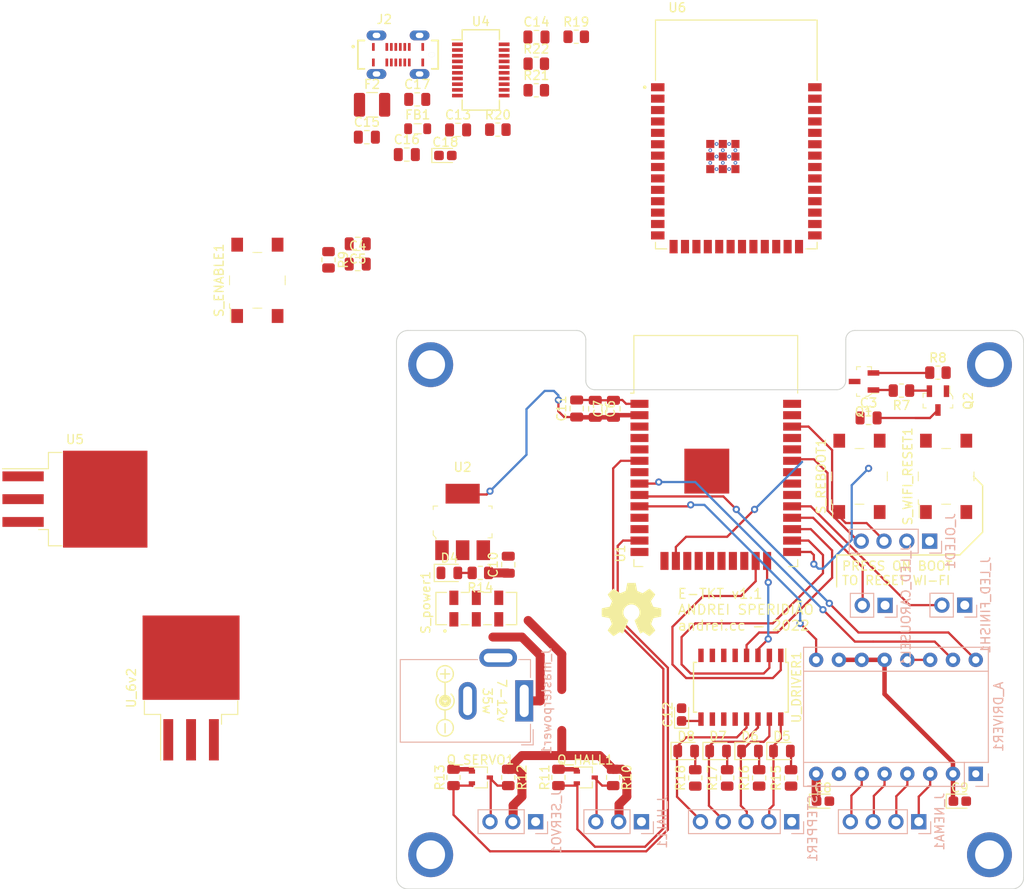
<source format=kicad_pcb>
(kicad_pcb (version 20211014) (generator pcbnew)
  (layers (0 "F.Cu" signal) (31 "B.Cu" signal) (34 "B.Paste" user) (35 "F.Paste" user) (36 "B.SilkS" user "B.Silkscreen") (37 "F.SilkS" user "F.Silkscreen") (38 "B.Mask" user) (39 "F.Mask" user) (44 "Edge.Cuts" user))
  (net 0 "")
  (net 1 "Net-(D4-Pad2)")
  (net 2 "Net-(D8-Pad2)")
  (net 3 "+12V")
  (net 4 "GNDREF")
  (net 5 "+3.3V")
  (net 15 "/DTR")
  (net 16 "+6V")
  (net 17 "EN")
  (net 18 "IO0")
  (net 19 "IO34")
  (net 20 "HALL")
  (net 21 "IO14")
  (net 22 "SERVO")
  (net 23 "IO35")
  (net 24 "IO32")
  (net 25 "IO33")
  (net 26 "IO25")
  (net 27 "IO26")
  (net 28 "IO27")
  (net 29 "IO12")
  (net 30 "IO13")
  (net 31 "IO15")
  (net 32 "IO2")
  (net 33 "IO4")
  (net 34 "IO16")
  (net 35 "IO17")
  (net 36 "IO5")
  (net 37 "IO18")
  (net 38 "IO19")
  (net 39 "IO21")
  (net 40 "IO3")
  (net 41 "IO1")
  (net 42 "IO22")
  (net 43 "IO23")
  (net 44 "/RTS")
  (net 45 "Net-(Q1-Pad1)")
  (net 46 "Net-(Q2-Pad1)")
  (net 47 "Net-(D8-Pad1)")
  (net 48 "Net-(J_masterpower1-Pad1)")
  (net 49 "Net-(A_DRIVER1-Pad3)")
  (net 50 "Net-(A_DRIVER1-Pad4)")
  (net 51 "Net-(A_DRIVER1-Pad5)")
  (net 52 "Net-(A_DRIVER1-Pad6)")
  (net 53 "Net-(A_DRIVER1-Pad13)")
  (net 60 "Net-(D5-Pad1)")
  (net 61 "Net-(D5-Pad2)")
  (net 62 "Net-(D6-Pad1)")
  (net 63 "Net-(D6-Pad2)")
  (net 64 "Net-(D7-Pad1)")
  (net 65 "Net-(D7-Pad2)")
  (net 66 "Net-(C13-Pad2)")
  (net 67 "Net-(C14-Pad2)")
  (net 68 "Net-(C15-Pad2)")
  (net 69 "Net-(C16-Pad2)")
  (net 70 "Net-(C17-Pad2)")
  (net 71 "Net-(R19-Pad2)")
  (net 72 "Net-(R20-Pad1)")
  (net 81 "Net-(F2-Pad1)")
  (net 82 "Net-(J2-PadA5)")
  (net 85 "Net-(J2-PadB5)")
  (net 86 "+5V")
  (net 89 "Net-(J_masterpower1-Pad3)")
  (net 91 "Net-(U6-Pad1)")
  (footprint "Capacitor_Tantalum_SMD:CP_EIA-1608-10_AVX-L" (layer "F.Cu") (at 160.528 -184.779 90)
    (fp_text reference "C12")
    (fp_text value "10uF")
  )
  (footprint "Capacitor_SMD:C_0805_2012Metric" (layer "F.Cu") (at 148.844 -218.887 90)
    (fp_text reference "C11")
    (fp_text value "22uF/10V(20%)")
  )
  (footprint "Capacitor_SMD:C_0805_2012Metric" (layer "F.Cu") (at 124.46 -234.983)
    (fp_text reference "C4")
    (fp_text value "0.1uF/50v(10%)")
  )
  (footprint "Capacitor_SMD:C_0805_2012Metric" (layer "F.Cu") (at 135.636 -249.936)
    (fp_text reference "C13")
    (fp_text value "10nF")
  )
  (footprint "Resistor_SMD:R_0805_2012Metric" (layer "F.Cu") (at 172.72 -177.7225 90)
    (fp_text reference "R15")
    (fp_text value "470")
  )
  (footprint "Inductor_SMD:L_0805_2012Metric" (layer "F.Cu") (at 131.136 -250.066)
    (fp_text reference "FB1")
    (fp_text value "FerriteBead")
  )
  (footprint "Capacitor_SMD:C_0805_2012Metric" (layer "F.Cu") (at 152.944 -218.857 90)
    (fp_text reference "C7")
    (fp_text value "0.1uF/50v(10%)")
  )
  (footprint "Resistor_SMD:R_0805_2012Metric" (layer "F.Cu") (at 148.796 -260.316)
    (fp_text reference "R19")
    (fp_text value "27R")
  )
  (footprint "digikey-footprints:SOT-23-3" (layer "F.Cu") (at 180.848 -221.901 180)
    (fp_text reference "Q1")
    (fp_text value "SS8050-G")
  )
  (footprint "Symbol:Symbol_Barrel_Polarity" (layer "F.Cu") (at 134.112 -186.309 90)
    (fp_text reference "REF**" hide)
    (fp_text value "Symbol_Barrel_Polarity")
  )
  (footprint "digikey-footprints:Switch_Tactile_SMD_6x6mm_PTS645" (layer "F.Cu") (at 180.34 -211.328 90)
    (fp_text reference "S_REBOOT1")
    (fp_text value "PTS645SM43SMTR92_LFS")
  )
  (footprint "digikey-footprints:SOT-23-3" (layer "F.Cu") (at 189.0795 -219.771 -90)
    (fp_text reference "Q2")
    (fp_text value "SS8050-G")
  )
  (footprint "Capacitor_Tantalum_SMD:CP_EIA-1608-10_AVX-L" (layer "F.Cu") (at 191.516 -175.133)
    (fp_text reference "C9")
    (fp_text value "10uF")
  )
  (footprint "MountingHole:MountingHole_3.2mm_M3" (layer "F.Cu") (at 132.588 -169.164)
    (fp_text reference "REF**" hide)
    (fp_text value "MountingHole_3.2mm_M3" hide)
  )
  (footprint "Capacitor_SMD:C_0805_2012Metric" (layer "F.Cu") (at 124.46 -237.236 180)
    (fp_text reference "C5")
    (fp_text value "0.1uF/50v(10%)")
  )
  (footprint "Capacitor_SMD:C_0805_2012Metric" (layer "F.Cu") (at 144.366 -260.286)
    (fp_text reference "C14")
    (fp_text value "47pF")
  )
  (footprint "LED_SMD:LED_0805_2012Metric" (layer "F.Cu") (at 168.148 -180.721)
    (fp_text reference "D6")
    (fp_text value "LED")
  )
  (footprint "Resistor_SMD:R_0805_2012Metric" (layer "F.Cu") (at 169.164 -177.7225 90)
    (fp_text reference "R16")
    (fp_text value "470")
  )
  (footprint "Package_TO_SOT_SMD:TO-263-3_TabPin2" (layer "F.Cu") (at 92.964 -208.788)
    (fp_text reference "U5")
    (fp_text value "L7805ABD2T-TR")
  )
  (footprint "Capacitor_SMD:C_0805_2012Metric" (layer "F.Cu") (at 181.356 -217.837)
    (fp_text reference "C3")
    (fp_text value "0.1uF/50v(10%)")
  )
  (footprint "LED_SMD:LED_0805_2012Metric" (layer "F.Cu") (at 171.704 -180.721)
    (fp_text reference "D5")
    (fp_text value "LED")
  )
  (footprint "Capacitor_SMD:C_0805_2012Metric" (layer "F.Cu") (at 131.086 -253.336)
    (fp_text reference "C17")
    (fp_text value "100nF")
  )
  (footprint "Capacitor_Tantalum_SMD:CP_EIA-1608-10_AVX-L" (layer "F.Cu") (at 134.221 -247.086)
    (fp_text reference "C18")
    (fp_text value "4.7uF")
  )
  (footprint "Resistor_SMD:R_0805_2012Metric" (layer "F.Cu") (at 162.052 -177.7225 90)
    (fp_text reference "R18")
    (fp_text value "470")
  )
  (footprint "LED_SMD:LED_0805_2012Metric" (layer "F.Cu") (at 161.036 -180.721)
    (fp_text reference "D8")
    (fp_text value "LED")
  )
  (footprint "Capacitor_SMD:C_0805_2012Metric" (layer "F.Cu") (at 125.476 -249.126)
    (fp_text reference "C15")
    (fp_text value "47pF")
  )
  (footprint "Capacitor_SMD:C_0805_2012Metric" (layer "F.Cu") (at 129.926 -247.186)
    (fp_text reference "C16")
    (fp_text value "100nF")
  )
  (footprint "Resistor_SMD:R_0805_2012Metric" (layer "F.Cu") (at 144.346 -257.306)
    (fp_text reference "R22")
    (fp_text value "5.1K(10%)")
  )
  (footprint "Resistor_SMD:R_0805_2012Metric" (layer "F.Cu") (at 146.812 -177.7765 90)
    (fp_text reference "R11")
    (fp_text value "10K")
  )
  (footprint "SnapEDA Library:GCT_USB4120-03-C_REVA" (layer "F.Cu") (at 128.951 -258.316)
    (fp_text reference "J2")
    (fp_text value "USB4120-03-C_REVA")
    (fp_line (start 3.65 -0.26) (end 3.85 -0.26) (layer "Edge.Cuts") (width 0.01))
    (fp_line (start 3.85 0.26) (end 3.65 0.26) (layer "Edge.Cuts") (width 0.01))
    (fp_arc (start 3.85 -0.26) (mid 4.033848 -0.183848) (end 4.11 0) (layer "Edge.Cuts") (width 0.01))
    (fp_arc (start 4.11 0) (mid 4.033848 0.183848) (end 3.85 0.26) (layer "Edge.Cuts") (width 0.01))
    (fp_arc (start 3.65 0.26) (mid 3.466152 0.183848) (end 3.39 0) (layer "Edge.Cuts") (width 0.01))
    (fp_arc (start 3.39 0) (mid 3.466152 -0.183848) (end 3.65 -0.26) (layer "Edge.Cuts") (width 0.01))
  )
  (footprint "RF_Module:ESP32-WROOM-32" (layer "F.Cu") (at 164.338 -211.158)
    (fp_text reference "U1")
    (fp_text value "ESP32-WROOM-32D")
  )
  (footprint "SnapEDA Library:SW_JS202011JCQN" (layer "F.Cu") (at 137.668 -196.596 90)
    (fp_text reference "S_power1")
    (fp_text value "JS202011JCQN")
  )
  (footprint "digikey-footprints:Switch_Tactile_SMD_6x6mm_PTS645" (layer "F.Cu") (at 189.992 -211.328 90)
    (fp_text reference "S_WIFI_RESET1")
    (fp_text value "PTS645SM43SMTR92_LFS")
  )
  (footprint "Resistor_SMD:R_0805_2012Metric" (layer "F.Cu") (at 140.066 -249.966)
    (fp_text reference "R20")
    (fp_text value "27R")
  )
  (footprint "LED_SMD:LED_0805_2012Metric" (layer "F.Cu") (at 134.66775 -200.569)
    (fp_text reference "D4")
    (fp_text value "LED")
  )
  (footprint "Package_SO:SOIC-16W_5.3x10.2mm_P1.27mm" (layer "F.Cu") (at 167.132 -187.827 -90)
    (fp_text reference "U_DRIVER1")
    (fp_text value "ULN2003")
  )
  (footprint "Resistor_SMD:R_0805_2012Metric" (layer "F.Cu") (at 189.0795 -222.885)
    (fp_text reference "R8")
    (fp_text value "10K(5%)")
  )
  (footprint "Package_TO_SOT_SMD:SOT-323_SC-70" (layer "F.Cu") (at 138.176 -177.7765)
    (fp_text reference "Q_SERVO1")
    (fp_text value "BSS138")
  )
  (footprint "Resistor_SMD:R_0805_2012Metric" (layer "F.Cu") (at 121.205 -235.459 -90)
    (fp_text reference "R9")
    (fp_text value "10K(5%)")
  )
  (footprint "Resistor_SMD:R_0805_2012Metric" (layer "F.Cu") (at 185.0155 -220.885 180)
    (fp_text reference "R7")
    (fp_text value "10K(5%)")
  )
  (footprint "Resistor_SMD:R_0805_2012Metric" (layer "F.Cu") (at 141.224 -177.7765 90)
    (fp_text reference "R12")
    (fp_text value "10K")
  )
  (footprint "MountingHole:MountingHole_3.2mm_M3" (layer "F.Cu") (at 194.818 -169.164)
    (fp_text reference "REF**" hide)
    (fp_text value "MountingHole_3.2mm_M3" hide)
  )
  (footprint "Resistor_SMD:R_0805_2012Metric" (layer "F.Cu") (at 152.908 -177.7765 90)
    (fp_text reference "R10")
    (fp_text value "10K")
  )
  (footprint "Capacitor_Tantalum_SMD:CP_EIA-1608-10_AVX-L" (layer "F.Cu") (at 176.276 -175.133)
    (fp_text reference "C8")
    (fp_text value "10uF")
  )
  (footprint "Resistor_SMD:R_0805_2012Metric" (layer "F.Cu") (at 138.12025 -200.569 180)
    (fp_text reference "R14")
    (fp_text value "2K(5%)")
  )
  (footprint "MountingHole:MountingHole_3.2mm_M3" (layer "F.Cu") (at 132.588 -223.774)
    (fp_text reference "REF**" hide)
    (fp_text value "MountingHole_3.2mm_M3" hide)
  )
  (footprint "digikey-footprints:Switch_Tactile_SMD_6x6mm_PTS645" (layer "F.Cu") (at 113.284 -233.172 90)
    (fp_text reference "S_ENABLE1")
    (fp_text value "PTS645SM43SMTR92_LFS")
  )
  (footprint "MountingHole:MountingHole_3.2mm_M3" (layer "F.Cu") (at 194.818 -223.774)
    (fp_text reference "REF**" hide)
    (fp_text value "MountingHole_3.2mm_M3" hide)
  )
  (footprint "Package_TO_SOT_SMD:SOT-323_SC-70" (layer "F.Cu") (at 149.86 -177.7765)
    (fp_text reference "Q_HALL1")
    (fp_text value "BSS138")
  )
  (footprint "Package_TO_SOT_SMD:TO-263-3_TabPin2" (layer "F.Cu") (at 105.899 -187.748 90)
    (fp_text reference "U_6v2")
    (fp_text value "L7806")
  )
  (footprint "Capacitor_SMD:C_0805_2012Metric" (layer "F.Cu") (at 150.912 -218.857 -90)
    (fp_text reference "C6")
    (fp_text value "22uF/10V(20%)")
  )
  (footprint "Symbol:OSHW-Symbol_6.7x6mm_SilkScreen" (layer "F.Cu") (at 154.94 -196.469)
    (fp_text reference "REF**" hide)
    (fp_text value "OSHW-Symbol_6.7x6mm_SilkScreen" hide)
  )
  (footprint "Resistor_SMD:R_0805_2012Metric" (layer "F.Cu") (at 144.346 -254.356)
    (fp_text reference "R21")
    (fp_text value "5.1K(10%)")
  )
  (footprint "Package_SO:SSOP-20_3.9x8.7mm_P0.635mm" (layer "F.Cu") (at 138.166 -256.616)
    (fp_text reference "U4")
    (fp_text value "FT231XS")
  )
  (footprint "Fuse:Fuse_1210_3225Metric" (layer "F.Cu") (at 126.056 -252.736)
    (fp_text reference "F2")
    (fp_text value "500mA")
  )
  (footprint "Resistor_SMD:R_0805_2012Metric" (layer "F.Cu") (at 135.128 -177.7765 90)
    (fp_text reference "R13")
    (fp_text value "10K")
  )
  (footprint "SnapEDA Library:XCVR_ESP32-S3-WROOM-1-N16R2" (layer "F.Cu") (at 166.624 -249.428)
    (fp_text reference "U6")
    (fp_text value "ESP32-S3-WROOM-1-N16R2")
  )
  (footprint "Capacitor_SMD:C_0805_2012Metric" (layer "F.Cu") (at 141.224 -201.483 90)
    (fp_text reference "C10")
    (fp_text value "22uF/10V(20%)")
  )
  (footprint "LED_SMD:LED_0805_2012Metric" (layer "F.Cu") (at 164.592 -180.721)
    (fp_text reference "D7")
    (fp_text value "LED")
  )
  (footprint "Resistor_SMD:R_0805_2012Metric" (layer "F.Cu") (at 165.608 -177.7225 90)
    (fp_text reference "R17")
    (fp_text value "470")
  )
  (footprint "digikey-footprints:SOT-223" (layer "F.Cu") (at 136.144 -206.248)
    (fp_text reference "U2")
    (fp_text value "AZ1117I-3.3")
  )
  (footprint "Connector_PinHeader_2.54mm:PinHeader_1x03_P2.54mm_Vertical" (layer "B.Cu") (at 144.272 -172.847 90)
    (fp_text reference "J_SERVO1")
    (fp_text value "Conn_01x03_Male")
  )
  (footprint "Module:Pololu_Breakout-16_15.2x20.3mm" (layer "B.Cu") (at 193.294 -178.181 90)
    (fp_text reference "A_DRIVER1")
    (fp_text value "Pololu_Breakout_A4988")
  )
  (footprint "Connector_PinHeader_2.54mm:PinHeader_1x04_P2.54mm_Vertical" (layer "B.Cu") (at 188.154 -204.106 90)
    (fp_text reference "J_OLED1")
    (fp_text value "Conn_01x04_Male")
  )
  (footprint "Connector_PinHeader_2.54mm:PinHeader_1x04_P2.54mm_Vertical" (layer "B.Cu") (at 186.944 -172.847 90)
    (fp_text reference "J_NEMA1")
    (fp_text value "Conn_01x04_Male")
  )
  (footprint "Connector_PinHeader_2.54mm:PinHeader_1x03_P2.54mm_Vertical" (layer "B.Cu") (at 156.0595 -172.847 90)
    (fp_text reference "J_HALL1")
    (fp_text value "Conn_01x03_Male")
  )
  (footprint "Connector_PinHeader_2.54mm:PinHeader_1x02_P2.54mm_Vertical" (layer "B.Cu") (at 183.194 -196.96 90)
    (fp_text reference "J_LED_CAROUSEL1")
    (fp_text value "Conn_01x02_Male")
  )
  (footprint "Connector_BarrelJack:BarrelJack_GCT_DCJ200-10-A_Horizontal" (layer "B.Cu") (at 143.002 -186.309 90)
    (fp_text reference "J_masterpower1")
    (fp_text value "Barrel_Jack_Switch")
  )
  (footprint "Connector_PinHeader_2.54mm:PinHeader_1x02_P2.54mm_Vertical" (layer "B.Cu") (at 192.064 -196.977 90)
    (fp_text reference "J_LED_FINISH1")
    (fp_text value "Conn_01x02_Male")
  )
  (footprint "Connector_PinHeader_2.54mm:PinHeader_1x05_P2.54mm_Vertical" (layer "B.Cu") (at 172.7905 -172.847 90)
    (fp_text reference "J_STEPPER1")
    (fp_text value "Conn_01x05_Male")
  )
  (gr_line (start 194.056 -210.312) (end 194.056 -205.105) (layer "F.SilkS") (width 0.15))
  (gr_line (start 191.516 -202.565) (end 194.056 -205.105) (layer "F.SilkS") (width 0.15))
  (gr_line (start 191.516 -202.565) (end 177.8 -202.565) (layer "F.SilkS") (width 0.15))
  (gr_line (start 177.8 -202.565) (end 177.8 -199.009) (layer "F.SilkS") (width 0.15))
  (gr_line (start 134.187 -183.769) (end 134.187 -182.753) (layer "F.SilkS") (width 0.15))
  (gr_line (start 134.187 -189.817) (end 134.187 -188.801) (layer "F.SilkS") (width 0.15))
  (gr_line (start 133.679 -189.309) (end 134.695 -189.309) (layer "F.SilkS") (width 0.15))
  (gr_line (start 193.04 -211.328) (end 194.056 -210.312) (layer "F.SilkS") (width 0.15))
  (gr_line (start 197.358 -165.354) (end 130.048 -165.354) (layer "Edge.Cuts") (width 0.1))
  (gr_arc (start 128.778 -226.314) (mid 129.149974 -227.212026) (end 130.048 -227.584) (layer "Edge.Cuts") (width 0.1))
  (gr_arc (start 197.358 -227.584) (mid 198.256026 -227.212026) (end 198.628 -226.314) (layer "Edge.Cuts") (width 0.1))
  (gr_arc (start 150.876 -220.98) (mid 150.15758 -221.27758) (end 149.86 -221.996) (layer "Edge.Cuts") (width 0.1))
  (gr_arc (start 148.844 -227.584) (mid 149.56242 -227.28642) (end 149.86 -226.568) (layer "Edge.Cuts") (width 0.1))
  (gr_line (start 128.778 -166.624) (end 128.778 -226.314) (layer "Edge.Cuts") (width 0.1))
  (gr_line (start 198.628 -226.314) (end 198.628 -166.624) (layer "Edge.Cuts") (width 0.1))
  (gr_line (start 149.86 -221.996) (end 149.86 -226.568) (layer "Edge.Cuts") (width 0.1))
  (gr_arc (start 178.816 -221.996) (mid 178.51842 -221.27758) (end 177.8 -220.98) (layer "Edge.Cuts") (width 0.1))
  (gr_line (start 148.844 -227.584) (end 130.048 -227.584) (layer "Edge.Cuts") (width 0.1))
  (gr_line (start 177.8 -220.98) (end 150.876 -220.98) (layer "Edge.Cuts") (width 0.1))
  (gr_arc (start 130.048 -165.354) (mid 129.149974 -165.725974) (end 128.778 -166.624) (layer "Edge.Cuts") (width 0.1))
  (gr_arc (start 178.816 -226.568) (mid 179.11358 -227.28642) (end 179.832 -227.584) (layer "Edge.Cuts") (width 0.1))
  (gr_arc (start 198.628 -166.624) (mid 198.256026 -165.725974) (end 197.358 -165.354) (layer "Edge.Cuts") (width 0.1))
  (gr_line (start 178.816 -226.568) (end 178.816 -221.996) (layer "Edge.Cuts") (width 0.1))
  (gr_line (start 197.358 -227.584) (end 179.832 -227.584) (layer "Edge.Cuts") (width 0.1))
  (gr_text "PRESS ON BOOT\nTO RESET WI-FI" (at 178.308 -200.533) (layer "F.SilkS") (effects (font (size 1 1)) (justify left)))
  (gr_text "7-12v\n35w" (at 139.7 -186.309 270) (layer "F.SilkS") (effects (font (size 1 1))))
  (gr_text "E-TKT v1.1\nANDREI SPERIDIÃO\nandrei.cc — 2022" (at 160.02 -196.469) (layer "F.SilkS") (effects (font (size 1.1 1.1)) (justify left)))
  (segment (start 137.20775 -200.569) (end 135.60525 -200.569) (width 0.25) (layer "F.Cu") (net 1))
  (segment (start 162.052 -180.6425) (end 161.9735 -180.721) (width 0.25) (layer "F.Cu") (net 2))
  (segment (start 162.052 -178.635) (end 162.052 -180.6425) (width 0.25) (layer "F.Cu") (net 2))
  (segment (start 139.13625 -200.6725) (end 139.03275 -200.569) (width 0.25) (layer "F.Cu") (net 3))
  (segment (start 139.03275 -200.18425) (end 139.03275 -200.569) (width 0.25) (layer "F.Cu") (net 3))
  (segment (start 147.184 -187.573) (end 147.184 -191.525) (width 1) (layer "F.Cu") (net 3))
  (segment (start 138.684 -203.007) (end 139.13625 -202.55475) (width 0.25) (layer "F.Cu") (net 3))
  (segment (start 141.188 -200.569) (end 141.224 -200.533) (width 0.25) (layer "F.Cu") (net 3))
  (segment (start 147.184 -191.525) (end 143.44 -195.269) (width 1) (layer "F.Cu") (net 3))
  (segment (start 160.528 -184.0665) (end 162.4765 -184.0665) (width 0.25) (layer "F.Cu") (net 3))
  (segment (start 175.514 -175.1825) (end 175.514 -178.181) (width 1) (layer "F.Cu") (net 3))
  (segment (start 175.5635 -175.133) (end 175.514 -175.1825) (width 0.25) (layer "F.Cu") (net 3))
  (segment (start 139.03275 -200.569) (end 141.188 -200.569) (width 1) (layer "F.Cu") (net 3))
  (segment (start 162.4765 -184.0665) (end 162.687 -184.277) (width 0.25) (layer "F.Cu") (net 3))
  (segment (start 154.348 -219.413) (end 153.924 -219.837) (width 0.25) (layer "F.Cu") (net 4))
  (segment (start 152.974 -219.837) (end 152.944 -219.807) (width 0.25) (layer "F.Cu") (net 4))
  (segment (start 155.838 -219.413) (end 154.348 -219.413) (width 0.25) (layer "F.Cu") (net 4))
  (segment (start 148.844 -219.837) (end 150.882 -219.837) (width 0.25) (layer "F.Cu") (net 4))
  (segment (start 153.924 -219.837) (end 152.974 -219.837) (width 0.25) (layer "F.Cu") (net 4))
  (segment (start 150.882 -219.837) (end 150.912 -219.807) (width 0.25) (layer "F.Cu") (net 4))
  (segment (start 152.944 -219.807) (end 150.912 -219.807) (width 0.25) (layer "F.Cu") (net 4))
  (segment (start 138.822 -209.307) (end 139.192 -209.677) (width 0.25) (layer "F.Cu") (net 5))
  (segment (start 190.5 -178.435) (end 190.754 -178.181) (width 0.25) (layer "F.Cu") (net 5))
  (segment (start 190.754 -179.451) (end 183.134 -187.071) (width 0.5) (layer "F.Cu") (net 5))
  (segment (start 148.885 -178.689) (end 148.9225 -178.7265) (width 0.25) (layer "F.Cu") (net 5))
  (segment (start 190.754 -178.181) (end 190.754 -179.451) (width 0.5) (layer "F.Cu") (net 5))
  (segment (start 190.754 -175.1825) (end 190.8035 -175.133) (width 0.25) (layer "F.Cu") (net 5))
  (segment (start 136.384 -210.00875) (end 136.384 -209.307) (width 0.25) (layer "F.Cu") (net 5))
  (segment (start 136.384 -209.307) (end 138.822 -209.307) (width 0.25) (layer "F.Cu") (net 5))
  (segment (start 178.054 -190.881) (end 180.594 -190.881) (width 0.5) (layer "F.Cu") (net 5))
  (segment (start 183.134 -190.881) (end 183.134 -187.071) (width 0.5) (layer "F.Cu") (net 5))
  (segment (start 155.838 -218.143) (end 153.18 -218.143) (width 0.5) (layer "F.Cu") (net 5))
  (segment (start 148.874 -217.907) (end 148.844 -217.937) (width 0.5) (layer "F.Cu") (net 5))
  (segment (start 137.201 -178.689) (end 137.2385 -178.7265) (width 0.25) (layer "F.Cu") (net 5))
  (segment (start 146.812 -218.577) (end 146.812 -219.837) (width 0.25) (layer "F.Cu") (net 5))
  (segment (start 190.754 -178.181) (end 190.754 -175.1825) (width 0.5) (layer "F.Cu") (net 5))
  (segment (start 153.18 -218.143) (end 152.944 -217.907) (width 0.5) (layer "F.Cu") (net 5))
  (segment (start 147.452 -217.937) (end 148.844 -217.937) (width 0.25) (layer "F.Cu") (net 5))
  (segment (start 183.134 -190.881) (end 180.594 -190.881) (width 0.5) (layer "F.Cu") (net 5))
  (segment (start 146.812 -178.689) (end 148.885 -178.689) (width 0.5) (layer "F.Cu") (net 5))
  (segment (start 147.452 -217.937) (end 146.812 -218.577) (width 0.25) (layer "F.Cu") (net 5))
  (segment (start 135.128 -178.689) (end 137.201 -178.689) (width 0.5) (layer "F.Cu") (net 5))
  (segment (start 150.912 -217.907) (end 152.944 -217.907) (width 0.5) (layer "F.Cu") (net 5))
  (segment (start 150.912 -217.907) (end 148.874 -217.907) (width 0.5) (layer "F.Cu") (net 5))
  (via (at 146.812 -219.837) (size 0.8) (drill 0.4) (layers "F.Cu" "B.Cu") (net 5))
  (via (at 139.192 -209.677) (size 0.8) (drill 0.4) (layers "F.Cu" "B.Cu") (net 5))
  (segment (start 146.812 -219.837) (end 146.812 -220.345) (width 0.25) (layer "B.Cu") (net 5))
  (segment (start 145.288 -220.853) (end 143.256 -218.821) (width 0.25) (layer "B.Cu") (net 5))
  (segment (start 146.304 -220.853) (end 146.812 -220.345) (width 0.25) (layer "B.Cu") (net 5))
  (segment (start 145.288 -220.853) (end 146.304 -220.853) (width 0.25) (layer "B.Cu") (net 5))
  (segment (start 143.256 -213.741) (end 139.192 -209.677) (width 0.25) (layer "B.Cu") (net 5))
  (segment (start 143.256 -218.821) (end 143.256 -213.741) (width 0.25) (layer "B.Cu") (net 5))
  (segment (start 185.928 -220.885) (end 188.0655 -220.885) (width 0.25) (layer "F.Cu") (net 15))
  (segment (start 153.5595 -174.7685) (end 154.432 -175.641) (width 1) (layer "F.Cu") (net 16))
  (segment (start 147.184 -180.349) (end 147.184 -183.013) (width 1) (layer "F.Cu") (net 16))
  (segment (start 141.224 -178.689) (end 142.748 -180.213) (width 1) (layer "F.Cu") (net 16))
  (segment (start 141.772 -172.847) (end 141.772 -174.665) (width 1) (layer "F.Cu") (net 16))
  (segment (start 154.432 -178.181) (end 153.924 -178.689) (width 1) (layer "F.Cu") (net 16))
  (segment (start 151.384 -180.213) (end 152.908 -178.689) (width 1) (layer "F.Cu") (net 16))
  (segment (start 153.5595 -172.847) (end 153.5595 -174.7685) (width 1) (layer "F.Cu") (net 16))
  (segment (start 142.748 -180.213) (end 147.32 -180.213) (width 1) (layer "F.Cu") (net 16))
  (segment (start 147.32 -180.213) (end 147.184 -180.349) (width 0.25) (layer "F.Cu") (net 16))
  (segment (start 141.772 -174.665) (end 142.748 -175.641) (width 1) (layer "F.Cu") (net 16))
  (segment (start 147.32 -180.213) (end 151.384 -180.213) (width 1) (layer "F.Cu") (net 16))
  (segment (start 142.748 -178.181) (end 142.748 -175.641) (width 1) (layer "F.Cu") (net 16))
  (segment (start 153.924 -178.689) (end 152.908 -178.689) (width 1) (layer "F.Cu") (net 16))
  (segment (start 141.224 -178.689) (end 142.24 -178.689) (width 1) (layer "F.Cu") (net 16))
  (segment (start 142.24 -178.689) (end 142.748 -178.181) (width 1) (layer "F.Cu") (net 16))
  (segment (start 154.432 -175.641) (end 154.432 -178.181) (width 1) (layer "F.Cu") (net 16))
  (segment (start 188.1955 -217.837) (end 189.0795 -218.721) (width 0.25) (layer "F.Cu") (net 18))
  (segment (start 174.922 -202.903) (end 175.26 -202.565) (width 0.25) (layer "F.Cu") (net 18))
  (segment (start 172.838 -202.903) (end 174.922 -202.903) (width 0.25) (layer "F.Cu") (net 18))
  (segment (start 175.26 -202.565) (end 175.26 -201.549) (width 0.25) (layer "F.Cu") (net 18))
  (segment (start 182.306 -217.837) (end 188.1955 -217.837) (width 0.25) (layer "F.Cu") (net 18))
  (segment (start 186.577 -217.837) (end 188.1955 -217.837) (width 0.25) (layer "F.Cu") (net 18))
  (via (at 181.356 -212.217) (size 0.8) (drill 0.4) (layers "F.Cu" "B.Cu") (net 18))
  (via (at 175.26 -201.549) (size 0.8) (drill 0.4) (layers "F.Cu" "B.Cu") (net 18))
  (segment (start 179.479 -204.244) (end 176.276 -201.041) (width 0.25) (layer "B.Cu") (net 18))
  (segment (start 176.276 -201.041) (end 175.768 -201.041) (width 0.25) (layer "B.Cu") (net 18))
  (segment (start 175.768 -201.041) (end 175.26 -201.549) (width 0.25) (layer "B.Cu") (net 18))
  (segment (start 179.479 -210.34) (end 179.479 -204.244) (width 0.25) (layer "B.Cu") (net 18))
  (segment (start 181.356 -212.217) (end 179.479 -210.34) (width 0.25) (layer "B.Cu") (net 18))
  (segment (start 148.9225 -172.0065) (end 150.876 -170.053) (width 0.25) (layer "F.Cu") (net 19))
  (segment (start 152.908 -212.217) (end 153.754 -213.063) (width 0.25) (layer "F.Cu") (net 19))
  (segment (start 158.496 -172.085) (end 158.496 -189.865) (width 0.25) (layer "F.Cu") (net 19))
  (segment (start 158.496 -189.865) (end 152.908 -195.453) (width 0.25) (layer "F.Cu") (net 19))
  (segment (start 150.876 -170.053) (end 156.464 -170.053) (width 0.25) (layer "F.Cu") (net 19))
  (segment (start 156.464 -170.053) (end 158.496 -172.085) (width 0.25) (layer "F.Cu") (net 19))
  (segment (start 153.754 -213.063) (end 155.838 -213.063) (width 0.25) (layer "F.Cu") (net 19))
  (segment (start 148.9225 -176.8265) (end 148.9225 -172.0065) (width 0.25) (layer "F.Cu") (net 19))
  (segment (start 146.812 -176.864) (end 148.885 -176.864) (width 0.25) (layer "F.Cu") (net 19))
  (segment (start 148.885 -176.864) (end 148.9225 -176.8265) (width 0.25) (layer "F.Cu") (net 19))
  (segment (start 152.908 -195.453) (end 152.908 -212.217) (width 0.25) (layer "F.Cu") (net 19))
  (segment (start 151.0595 -177.5145) (end 151.0595 -172.847) (width 0.25) (layer "F.Cu") (net 20))
  (segment (start 150.7975 -177.7765) (end 150.7975 -177.7515) (width 0.25) (layer "F.Cu") (net 20))
  (segment (start 150.7975 -177.7765) (end 151.0595 -177.5145) (width 0.25) (layer "F.Cu") (net 20))
  (segment (start 150.7975 -177.7515) (end 151.685 -176.864) (width 0.25) (layer "F.Cu") (net 20))
  (segment (start 151.685 -176.864) (end 152.908 -176.864) (width 0.25) (layer "F.Cu") (net 20))
  (segment (start 135.128 -173.609) (end 139.192 -169.545) (width 0.25) (layer "F.Cu") (net 21))
  (segment (start 153.416 -203.581) (end 154.008 -204.173) (width 0.25) (layer "F.Cu") (net 21))
  (segment (start 137.201 -176.864) (end 137.2385 -176.8265) (width 0.25) (layer "F.Cu") (net 21))
  (segment (start 154.008 -204.173) (end 155.838 -204.173) (width 0.25) (layer "F.Cu") (net 21))
  (segment (start 135.128 -176.864) (end 135.128 -173.609) (width 0.25) (layer "F.Cu") (net 21))
  (segment (start 159.004 -189.993396) (end 153.416 -195.581396) (width 0.25) (layer "F.Cu") (net 21))
  (segment (start 135.128 -176.864) (end 137.201 -176.864) (width 0.25) (layer "F.Cu") (net 21))
  (segment (start 139.192 -169.545) (end 156.592396 -169.545) (width 0.25) (layer "F.Cu") (net 21))
  (segment (start 156.592396 -169.545) (end 159.004 -171.956604) (width 0.25) (layer "F.Cu") (net 21))
  (segment (start 159.004 -171.956604) (end 159.004 -189.993396) (width 0.25) (layer "F.Cu") (net 21))
  (segment (start 153.416 -195.581396) (end 153.416 -203.581) (width 0.25) (layer "F.Cu") (net 21))
  (segment (start 139.1135 -177.7765) (end 139.192 -177.7765) (width 0.25) (layer "F.Cu") (net 22))
  (segment (start 139.1135 -177.7765) (end 139.272 -177.618) (width 0.25) (layer "F.Cu") (net 22))
  (segment (start 141.224 -176.864) (end 140.026 -176.864) (width 0.25) (layer "F.Cu") (net 22))
  (segment (start 139.7 -173.275) (end 139.272 -172.847) (width 0.25) (layer "F.Cu") (net 22))
  (segment (start 139.272 -177.618) (end 139.272 -172.847) (width 0.25) (layer "F.Cu") (net 22))
  (segment (start 140.026 -176.864) (end 139.1135 -177.7765) (width 0.25) (layer "F.Cu") (net 22))
  (segment (start 157.818 -210.523) (end 155.838 -210.523) (width 0.25) (layer "F.Cu") (net 24))
  (segment (start 188.722 -192.913) (end 181.864 -192.913) (width 0.25) (layer "F.Cu") (net 24))
  (segment (start 179.832 -192.913) (end 176.276 -196.469) (width 0.25) (layer "F.Cu") (net 24))
  (segment (start 190.754 -190.881) (end 188.722 -192.913) (width 0.25) (layer "F.Cu") (net 24))
  (segment (start 157.988 -210.693) (end 157.818 -210.523) (width 0.25) (layer "F.Cu") (net 24))
  (segment (start 181.864 -192.913) (end 179.832 -192.913) (width 0.25) (layer "F.Cu") (net 24))
  (segment (start 190.754 -190.881) (end 190.5 -190.881) (width 0.25) (layer "F.Cu") (net 24))
  (via (at 157.988 -210.693) (size 0.8) (drill 0.4) (layers "F.Cu" "B.Cu") (net 24))
  (via (at 176.276 -196.469) (size 0.8) (drill 0.4) (layers "F.Cu" "B.Cu") (net 24))
  (segment (start 162.052 -210.693) (end 176.276 -196.469) (width 0.25) (layer "B.Cu") (net 24))
  (segment (start 157.988 -210.693) (end 162.052 -210.693) (width 0.25) (layer "B.Cu") (net 24))
  (segment (start 165.181 -209.088) (end 156.003 -209.088) (width 0.25) (layer "F.Cu") (net 25))
  (segment (start 190.246 -193.929) (end 193.294 -190.881) (width 0.25) (layer "F.Cu") (net 25))
  (segment (start 176.982754 -197.175755) (end 180.229509 -193.929) (width 0.25) (layer "F.Cu") (net 25))
  (segment (start 156.003 -209.088) (end 155.838 -209.253) (width 0.25) (layer "F.Cu") (net 25))
  (segment (start 166.624 -207.645) (end 165.181 -209.088) (width 0.25) (layer "F.Cu") (net 25))
  (segment (start 180.229509 -193.929) (end 190.246 -193.929) (width 0.25) (layer "F.Cu") (net 25))
  (via (at 166.624 -207.645) (size 0.8) (drill 0.4) (layers "F.Cu" "B.Cu") (net 25))
  (via (at 176.982754 -197.175755) (size 0.8) (drill 0.4) (layers "F.Cu" "B.Cu") (net 25))
  (segment (start 176.982754 -197.175755) (end 166.624 -207.534509) (width 0.25) (layer "B.Cu") (net 25))
  (segment (start 166.624 -207.534509) (end 166.624 -207.645) (width 0.25) (layer "B.Cu") (net 25))
  (segment (start 161.374 -207.983) (end 155.838 -207.983) (width 0.25) (layer "F.Cu") (net 26))
  (segment (start 175.514 -193.167) (end 173.736 -194.945) (width 0.25) (layer "F.Cu") (net 26))
  (segment (start 161.544 -208.153) (end 161.374 -207.983) (width 0.25) (layer "F.Cu") (net 26))
  (segment (start 175.514 -190.881) (end 175.514 -193.167) (width 0.25) (layer "F.Cu") (net 26))
  (via (at 173.736 -194.945) (size 0.8) (drill 0.4) (layers "F.Cu" "B.Cu") (net 26))
  (via (at 161.544 -208.153) (size 0.8) (drill 0.4) (layers "F.Cu" "B.Cu") (net 26))
  (segment (start 173.736 -197.485) (end 163.068 -208.153) (width 0.25) (layer "B.Cu") (net 26))
  (segment (start 173.736 -194.945) (end 173.736 -197.485) (width 0.25) (layer "B.Cu") (net 26))
  (segment (start 163.068 -208.153) (end 161.544 -208.153) (width 0.25) (layer "B.Cu") (net 26))
  (segment (start 159.893 -203.454) (end 159.893 -201.903) (width 0.25) (layer "F.Cu") (net 30))
  (segment (start 168.656 -207.645) (end 165.608 -204.597) (width 0.25) (layer "F.Cu") (net 30))
  (segment (start 161.036 -204.597) (end 159.893 -203.454) (width 0.25) (layer "F.Cu") (net 30))
  (segment (start 165.608 -204.597) (end 161.036 -204.597) (width 0.25) (layer "F.Cu") (net 30))
  (via (at 168.656 -207.645) (size 0.8) (drill 0.4) (layers "F.Cu" "B.Cu") (net 30))
  (segment (start 173.953 -212.942) (end 168.656 -207.645) (width 0.25) (layer "B.Cu") (net 30))
  (segment (start 170.688 -188.849) (end 161.036 -188.849) (width 0.25) (layer "F.Cu") (net 31))
  (segment (start 159.512 -190.373) (end 159.512 -194.565396) (width 0.25) (layer "F.Cu") (net 31))
  (segment (start 171.577 -189.738) (end 170.688 -188.849) (width 0.25) (layer "F.Cu") (net 31))
  (segment (start 159.512 -194.565396) (end 162.939604 -197.993) (width 0.25) (layer "F.Cu") (net 31))
  (segment (start 171.577 -191.377) (end 171.577 -189.738) (width 0.25) (layer "F.Cu") (net 31))
  (segment (start 161.036 -188.849) (end 159.512 -190.373) (width 0.25) (layer "F.Cu") (net 31))
  (segment (start 168.783 -199.644) (end 168.783 -201.903) (width 0.25) (layer "F.Cu") (net 31))
  (segment (start 167.132 -197.993) (end 168.783 -199.644) (width 0.25) (layer "F.Cu") (net 31))
  (segment (start 162.939604 -197.993) (end 167.132 -197.993) (width 0.25) (layer "F.Cu") (net 31))
  (segment (start 170.053 -201.903) (end 170.053 -199.644) (width 0.25) (layer "F.Cu") (net 32))
  (segment (start 170.053 -199.644) (end 170.18 -199.517) (width 0.25) (layer "F.Cu") (net 32))
  (segment (start 169.037 -192.0615) (end 170.18 -193.2045) (width 0.25) (layer "F.Cu") (net 32))
  (segment (start 169.037 -191.377) (end 169.037 -192.0615) (width 0.25) (layer "F.Cu") (net 32))
  (via (at 170.18 -193.2045) (size 0.8) (drill 0.4) (layers "F.Cu" "B.Cu") (net 32))
  (via (at 170.18 -199.517) (size 0.8) (drill 0.4) (layers "F.Cu" "B.Cu") (net 32))
  (segment (start 170.18 -193.2045) (end 170.18 -199.517) (width 0.25) (layer "B.Cu") (net 32))
  (segment (start 170.307 -191.377) (end 170.307 -189.992) (width 0.25) (layer "F.Cu") (net 33))
  (segment (start 170.307 -189.992) (end 169.672 -189.357) (width 0.25) (layer "F.Cu") (net 33))
  (segment (start 176.276 -200.533) (end 170.688 -194.945) (width 0.25) (layer "F.Cu") (net 33))
  (segment (start 174.668 -204.173) (end 176.276 -202.565) (width 0.25) (layer "F.Cu") (net 33))
  (segment (start 160.782 -190.119) (end 160.528 -190.373) (width 0.25) (layer "F.Cu") (net 33))
  (segment (start 169.672 -189.357) (end 161.544 -189.357) (width 0.25) (layer "F.Cu") (net 33))
  (segment (start 176.276 -202.565) (end 176.276 -200.533) (width 0.25) (layer "F.Cu") (net 33))
  (segment (start 160.528 -193.421) (end 162.052 -194.945) (width 0.25) (layer "F.Cu") (net 33))
  (segment (start 161.544 -189.357) (end 160.782 -190.119) (width 0.25) (layer "F.Cu") (net 33))
  (segment (start 160.528 -190.373) (end 160.528 -193.421) (width 0.25) (layer "F.Cu") (net 33))
  (segment (start 172.838 -204.173) (end 174.668 -204.173) (width 0.25) (layer "F.Cu") (net 33))
  (segment (start 170.688 -194.945) (end 162.052 -194.945) (width 0.25) (layer "F.Cu") (net 33))
  (segment (start 177.292 -200.025) (end 171.196 -193.929) (width 0.25) (layer "F.Cu") (net 34))
  (segment (start 172.838 -205.443) (end 174.922 -205.443) (width 0.25) (layer "F.Cu") (net 34))
  (segment (start 174.922 -205.443) (end 177.292 -203.073) (width 0.25) (layer "F.Cu") (net 34))
  (segment (start 167.767 -192.532) (end 167.767 -191.377) (width 0.25) (layer "F.Cu") (net 34))
  (segment (start 169.164 -193.929) (end 167.767 -192.532) (width 0.25) (layer "F.Cu") (net 34))
  (segment (start 177.292 -203.073) (end 177.292 -200.025) (width 0.25) (layer "F.Cu") (net 34))
  (segment (start 171.196 -193.929) (end 169.164 -193.929) (width 0.25) (layer "F.Cu") (net 34))
  (segment (start 180.694 -201.195) (end 180.694 -196.96) (width 0.25) (layer "F.Cu") (net 35))
  (segment (start 172.838 -206.713) (end 175.176 -206.713) (width 0.25) (layer "F.Cu") (net 35))
  (segment (start 175.176 -206.713) (end 180.694 -201.195) (width 0.25) (layer "F.Cu") (net 35))
  (segment (start 185.928 -196.977) (end 174.922 -207.983) (width 0.25) (layer "F.Cu") (net 36))
  (segment (start 174.922 -207.983) (end 172.838 -207.983) (width 0.25) (layer "F.Cu") (net 36))
  (segment (start 189.564 -196.977) (end 185.928 -196.977) (width 0.25) (layer "F.Cu") (net 36))
  (segment (start 176.784 -211.709) (end 176.784 -207.516604) (width 0.25) (layer "F.Cu") (net 42))
  (segment (start 174.668 -216.873) (end 177.292 -214.249) (width 0.25) (layer "F.Cu") (net 42))
  (segment (start 175.26 -213.233) (end 176.784 -211.709) (width 0.25) (layer "F.Cu") (net 42))
  (segment (start 178.816 -206.121) (end 177.292 -207.645) (width 0.25) (layer "F.Cu") (net 42))
  (segment (start 172.838 -216.873) (end 174.668 -216.873) (width 0.25) (layer "F.Cu") (net 42))
  (segment (start 183.154 -204.106) (end 181.139 -206.121) (width 0.25) (layer "F.Cu") (net 42))
  (segment (start 177.292 -207.645) (end 177.292 -214.249) (width 0.25) (layer "F.Cu") (net 42))
  (segment (start 180.654 -204.106) (end 180.194604 -204.106) (width 0.25) (layer "F.Cu") (net 42))
  (segment (start 172.838 -213.063) (end 173.008 -213.233) (width 0.25) (layer "F.Cu") (net 42))
  (segment (start 180.194604 -204.106) (end 176.784 -207.516604) (width 0.25) (layer "F.Cu") (net 42))
  (segment (start 181.139 -206.121) (end 178.816 -206.121) (width 0.25) (layer "F.Cu") (net 42))
  (segment (start 173.008 -213.233) (end 175.26 -213.233) (width 0.25) (layer "F.Cu") (net 42))
  (segment (start 181.898 -222.851) (end 188.133 -222.851) (width 0.25) (layer "F.Cu") (net 44))
  (segment (start 188.133 -222.851) (end 188.167 -222.885) (width 0.25) (layer "F.Cu") (net 44))
  (segment (start 181.898 -220.951) (end 184.037 -220.951) (width 0.25) (layer "F.Cu") (net 45))
  (segment (start 184.037 -220.951) (end 184.103 -220.885) (width 0.25) (layer "F.Cu") (net 45))
  (segment (start 160.02 -175.6175) (end 160.02 -180.6425) (width 0.25) (layer "F.Cu") (net 47))
  (segment (start 166.687 -182.245) (end 161.036 -182.245) (width 0.25) (layer "F.Cu") (net 47))
  (segment (start 160.02 -180.6425) (end 160.0985 -180.721) (width 0.25) (layer "F.Cu") (net 47))
  (segment (start 160.0985 -181.3075) (end 160.0985 -180.721) (width 0.25) (layer "F.Cu") (net 47))
  (segment (start 162.7905 -172.847) (end 160.02 -175.6175) (width 0.25) (layer "F.Cu") (net 47))
  (segment (start 167.767 -183.325) (end 166.687 -182.245) (width 0.25) (layer "F.Cu") (net 47))
  (segment (start 167.767 -183.775) (end 167.767 -183.325) (width 0.25) (layer "F.Cu") (net 47))
  (segment (start 161.036 -182.245) (end 160.0985 -181.3075) (width 0.25) (layer "F.Cu") (net 47))
  (segment (start 142.748 -193.421) (end 144.78 -191.389) (width 1) (layer "F.Cu") (net 48))
  (segment (start 144.78 -186.309) (end 143.002 -186.309) (width 1) (layer "F.Cu") (net 48))
  (segment (start 139.516 -193.421) (end 142.748 -193.421) (width 1) (layer "F.Cu") (net 48))
  (segment (start 144.78 -191.389) (end 144.78 -186.309) (width 1) (layer "F.Cu") (net 48))
  (segment (start 188.214 -176.911) (end 188.214 -178.181) (width 0.25) (layer "F.Cu") (net 49))
  (segment (start 186.944 -175.641) (end 188.214 -176.911) (width 0.25) (layer "F.Cu") (net 49))
  (segment (start 186.944 -172.847) (end 186.944 -175.641) (width 0.25) (layer "F.Cu") (net 49))
  (segment (start 185.674 -178.181) (end 185.674 -176.911) (width 0.25) (layer "F.Cu") (net 50))
  (segment (start 184.444 -172.847) (end 184.444 -175.681) (width 0.25) (layer "F.Cu") (net 50))
  (segment (start 184.444 -175.681) (end 185.674 -176.911) (width 0.25) (layer "F.Cu") (net 50))
  (segment (start 181.944 -175.721) (end 183.134 -176.911) (width 0.25) (layer "F.Cu") (net 51))
  (segment (start 183.134 -178.181) (end 183.134 -176.911) (width 0.25) (layer "F.Cu") (net 51))
  (segment (start 181.944 -172.847) (end 181.944 -175.721) (width 0.25) (layer "F.Cu") (net 51))
  (segment (start 180.594 -176.911) (end 180.594 -178.181) (width 0.25) (layer "F.Cu") (net 52))
  (segment (start 179.444 -172.847) (end 179.444 -175.761) (width 0.25) (layer "F.Cu") (net 52))
  (segment (start 179.444 -175.761) (end 180.594 -176.911) (width 0.25) (layer "F.Cu") (net 52))
  (segment (start 188.214 -190.881) (end 185.674 -190.881) (width 0.25) (layer "F.Cu") (net 53))
  (segment (start 170.7665 -174.7035) (end 170.7665 -180.721) (width 0.25) (layer "F.Cu") (net 60))
  (segment (start 171.577 -182.118) (end 170.7665 -181.3075) (width 0.25) (layer "F.Cu") (net 60))
  (segment (start 170.7665 -181.3075) (end 170.7665 -180.721) (width 0.25) (layer "F.Cu") (net 60))
  (segment (start 170.2905 -172.847) (end 170.2905 -174.2275) (width 0.25) (layer "F.Cu") (net 60))
  (segment (start 170.2905 -174.2275) (end 170.7665 -174.7035) (width 0.25) (layer "F.Cu") (net 60))
  (segment (start 171.577 -183.775) (end 171.577 -182.118) (width 0.25) (layer "F.Cu") (net 60))
  (segment (start 172.72 -180.6425) (end 172.6415 -180.721) (width 0.25) (layer "F.Cu") (net 61))
  (segment (start 172.72 -178.635) (end 172.72 -180.6425) (width 0.25) (layer "F.Cu") (net 61))
  (segment (start 169.663 -181.746) (end 168.2355 -181.746) (width 0.25) (layer "F.Cu") (net 62))
  (segment (start 167.132 -180.6425) (end 167.2105 -180.721) (width 0.25) (layer "F.Cu") (net 62))
  (segment (start 167.7905 -172.847) (end 167.7905 -173.9665) (width 0.25) (layer "F.Cu") (net 62))
  (segment (start 169.672 -181.737) (end 169.663 -181.746) (width 0.25) (layer "F.Cu") (net 62))
  (segment (start 168.2355 -181.746) (end 167.2105 -180.721) (width 0.25) (layer "F.Cu") (net 62))
  (segment (start 167.132 -174.625) (end 167.132 -180.6425) (width 0.25) (layer "F.Cu") (net 62))
  (segment (start 167.7905 -173.9665) (end 167.132 -174.625) (width 0.25) (layer "F.Cu") (net 62))
  (segment (start 170.307 -182.372) (end 169.672 -181.737) (width 0.25) (layer "F.Cu") (net 62))
  (segment (start 170.307 -183.775) (end 170.307 -182.372) (width 0.25) (layer "F.Cu") (net 62))
  (segment (start 169.164 -178.635) (end 169.164 -180.6425) (width 0.25) (layer "F.Cu") (net 63))
  (segment (start 169.164 -180.6425) (end 169.0855 -180.721) (width 0.25) (layer "F.Cu") (net 63))
  (segment (start 169.037 -183.325) (end 167.458 -181.746) (width 0.25) (layer "F.Cu") (net 64))
  (segment (start 163.576 -180.6425) (end 163.6545 -180.721) (width 0.25) (layer "F.Cu") (net 64))
  (segment (start 164.093 -181.746) (end 163.6545 -181.3075) (width 0.25) (layer "F.Cu") (net 64))
  (segment (start 163.6545 -181.3075) (end 163.6545 -180.721) (width 0.25) (layer "F.Cu") (net 64))
  (segment (start 169.037 -183.775) (end 169.037 -183.325) (width 0.25) (layer "F.Cu") (net 64))
  (segment (start 165.2905 -172.847) (end 165.2905 -172.9105) (width 0.25) (layer "F.Cu") (net 64))
  (segment (start 167.458 -181.746) (end 164.093 -181.746) (width 0.25) (layer "F.Cu") (net 64))
  (segment (start 165.2905 -172.9105) (end 163.576 -174.625) (width 0.25) (layer "F.Cu") (net 64))
  (segment (start 163.576 -174.625) (end 163.576 -180.6425) (width 0.25) (layer "F.Cu") (net 64))
  (segment (start 165.608 -180.6425) (end 165.5295 -180.721) (width 0.25) (layer "F.Cu") (net 65))
  (segment (start 165.608 -178.635) (end 165.608 -180.6425) (width 0.25) (layer "F.Cu") (net 65))
)
</source>
